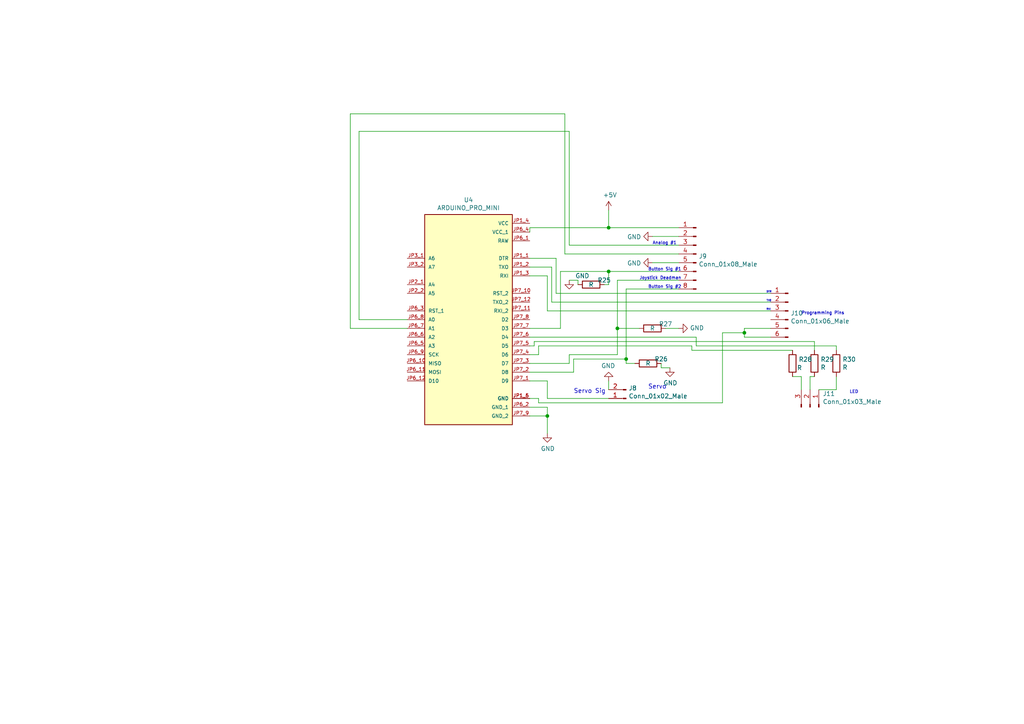
<source format=kicad_sch>
(kicad_sch (version 20230121) (generator eeschema)
  (paper "A4")
  (lib_symbols
    (symbol "ARDUINO_PRO_MINI:ARDUINO_PRO_MINI" (pin_names (offset 1.016))
      (property "Reference" "U" (at -12.7 31.75 0))
      (property "Value" "ARDUINO_PRO_MINI" (at -12.7 -33.02 0))
      (symbol "ARDUINO_PRO_MINI_0_0"
        (rectangle (start -12.7 -30.48) (end 12.7 30.48) (stroke (width 0.254)) (fill (type background)))
        (pin input line (at 17.78 17.78 180) (length 5.08) (name "DTR") (number "JP1_1"))
        (pin bidirectional line (at 17.78 15.24 180) (length 5.08) (name "TXO") (number "JP1_2"))
        (pin bidirectional line (at 17.78 12.7 180) (length 5.08) (name "RXI") (number "JP1_3"))
        (pin power_in line (at 17.78 27.94 180) (length 5.08) (name "VCC") (number "JP1_4"))
        (pin power_in line (at 17.78 -22.86 180) (length 5.08) (name "GND") (number "JP1_5"))
        (pin power_in line (at 17.78 -22.86 180) (length 5.08) (name "GND") (number "JP1_6"))
        (pin bidirectional line (at -17.78 10.16 0) (length 5.08) (name "A4") (number "JP2_1"))
        (pin bidirectional line (at -17.78 7.62 0) (length 5.08) (name "A5") (number "JP2_2"))
        (pin input line (at -17.78 17.78 0) (length 5.08) (name "A6") (number "JP3_1"))
        (pin input line (at -17.78 15.24 0) (length 5.08) (name "A7") (number "JP3_2"))
        (pin power_in line (at 17.78 22.86 180) (length 5.08) (name "RAW") (number "JP6_1"))
        (pin bidirectional line (at -17.78 -12.7 0) (length 5.08) (name "MISO") (number "JP6_10"))
        (pin bidirectional line (at -17.78 -15.24 0) (length 5.08) (name "MOSI") (number "JP6_11"))
        (pin bidirectional line (at -17.78 -17.78 0) (length 5.08) (name "D10") (number "JP6_12"))
        (pin power_in line (at 17.78 -25.4 180) (length 5.08) (name "GND_1") (number "JP6_2"))
        (pin input line (at -17.78 2.54 0) (length 5.08) (name "RST_1") (number "JP6_3"))
        (pin power_in line (at 17.78 25.4 180) (length 5.08) (name "VCC_1") (number "JP6_4"))
        (pin bidirectional line (at -17.78 -7.62 0) (length 5.08) (name "A3") (number "JP6_5"))
        (pin bidirectional line (at -17.78 -5.08 0) (length 5.08) (name "A2") (number "JP6_6"))
        (pin bidirectional line (at -17.78 -2.54 0) (length 5.08) (name "A1") (number "JP6_7"))
        (pin bidirectional line (at -17.78 0 0) (length 5.08) (name "A0") (number "JP6_8"))
        (pin bidirectional line (at -17.78 -10.16 0) (length 5.08) (name "SCK") (number "JP6_9"))
        (pin bidirectional line (at 17.78 -17.78 180) (length 5.08) (name "D9") (number "JP7_1"))
        (pin input line (at 17.78 7.62 180) (length 5.08) (name "RST_2") (number "JP7_10"))
        (pin bidirectional line (at 17.78 2.54 180) (length 5.08) (name "RXI_2") (number "JP7_11"))
        (pin bidirectional line (at 17.78 5.08 180) (length 5.08) (name "TXO_2") (number "JP7_12"))
        (pin bidirectional line (at 17.78 -15.24 180) (length 5.08) (name "D8") (number "JP7_2"))
        (pin bidirectional line (at 17.78 -12.7 180) (length 5.08) (name "D7") (number "JP7_3"))
        (pin bidirectional line (at 17.78 -10.16 180) (length 5.08) (name "D6") (number "JP7_4"))
        (pin bidirectional line (at 17.78 -7.62 180) (length 5.08) (name "D5") (number "JP7_5"))
        (pin bidirectional line (at 17.78 -5.08 180) (length 5.08) (name "D4") (number "JP7_6"))
        (pin bidirectional line (at 17.78 -2.54 180) (length 5.08) (name "D3") (number "JP7_7"))
        (pin bidirectional line (at 17.78 0 180) (length 5.08) (name "D2") (number "JP7_8"))
        (pin power_in line (at 17.78 -27.94 180) (length 5.08) (name "GND_2") (number "JP7_9"))
      )
    )
    (symbol "Device:R" (pin_numbers hide) (pin_names (offset 0))
      (property "Reference" "R" (at 2.032 0 90))
      (property "Value" "R" (at 0 0 90))
      (symbol "R_0_1"
        (rectangle (start -1.016 -2.54) (end 1.016 2.54) (stroke (width 0.254)))
      )
      (symbol "R_1_1"
        (pin passive line (at 0 3.81 270) (length 1.27) (name "~") (number "1"))
        (pin passive line (at 0 -3.81 90) (length 1.27) (name "~") (number "2"))
      )
    )
    (symbol "Motherboard_2023-rescue:Conn_01x02_Male-Connector" (pin_names (offset 1.016) hide)
      (property "Reference" "J" (at 0 2.54 0))
      (property "Value" "Connector_Conn_01x02_Male" (at 0 -5.08 0))
      (symbol "Conn_01x02_Male-Connector_1_1"
        (polyline (pts (xy 1.27 -2.54) (xy 0.8636 -2.54)) (stroke (width 0.1524)))
        (polyline (pts (xy 1.27 0) (xy 0.8636 0)) (stroke (width 0.1524)))
        (rectangle (start 0.8636 -2.413) (end 0 -2.667) (stroke (width 0.1524)) (fill (type outline)))
        (rectangle (start 0.8636 0.127) (end 0 -0.127) (stroke (width 0.1524)) (fill (type outline)))
        (pin passive line (at 5.08 0 180) (length 3.81) (name "Pin_1") (number "1"))
        (pin passive line (at 5.08 -2.54 180) (length 3.81) (name "Pin_2") (number "2"))
      )
    )
    (symbol "Motherboard_2023-rescue:Conn_01x03_Male-Connector" (pin_names (offset 1.016) hide)
      (property "Reference" "J" (at 0 5.08 0))
      (property "Value" "Connector_Conn_01x03_Male" (at 0 -5.08 0))
      (symbol "Conn_01x03_Male-Connector_1_1"
        (polyline (pts (xy 1.27 -2.54) (xy 0.8636 -2.54)) (stroke (width 0.1524)))
        (polyline (pts (xy 1.27 0) (xy 0.8636 0)) (stroke (width 0.1524)))
        (polyline (pts (xy 1.27 2.54) (xy 0.8636 2.54)) (stroke (width 0.1524)))
        (rectangle (start 0.8636 -2.413) (end 0 -2.667) (stroke (width 0.1524)) (fill (type outline)))
        (rectangle (start 0.8636 0.127) (end 0 -0.127) (stroke (width 0.1524)) (fill (type outline)))
        (rectangle (start 0.8636 2.667) (end 0 2.413) (stroke (width 0.1524)) (fill (type outline)))
        (pin passive line (at 5.08 2.54 180) (length 3.81) (name "Pin_1") (number "1"))
        (pin passive line (at 5.08 0 180) (length 3.81) (name "Pin_2") (number "2"))
        (pin passive line (at 5.08 -2.54 180) (length 3.81) (name "Pin_3") (number "3"))
      )
    )
    (symbol "Motherboard_2023-rescue:Conn_01x06_Male-Connector" (pin_names (offset 1.016) hide)
      (property "Reference" "J" (at 0 7.62 0))
      (property "Value" "Connector_Conn_01x06_Male" (at 0 -10.16 0))
      (symbol "Conn_01x06_Male-Connector_1_1"
        (polyline (pts (xy 1.27 -7.62) (xy 0.8636 -7.62)) (stroke (width 0.1524)))
        (polyline (pts (xy 1.27 -5.08) (xy 0.8636 -5.08)) (stroke (width 0.1524)))
        (polyline (pts (xy 1.27 -2.54) (xy 0.8636 -2.54)) (stroke (width 0.1524)))
        (polyline (pts (xy 1.27 0) (xy 0.8636 0)) (stroke (width 0.1524)))
        (polyline (pts (xy 1.27 2.54) (xy 0.8636 2.54)) (stroke (width 0.1524)))
        (polyline (pts (xy 1.27 5.08) (xy 0.8636 5.08)) (stroke (width 0.1524)))
        (rectangle (start 0.8636 -7.493) (end 0 -7.747) (stroke (width 0.1524)) (fill (type outline)))
        (rectangle (start 0.8636 -4.953) (end 0 -5.207) (stroke (width 0.1524)) (fill (type outline)))
        (rectangle (start 0.8636 -2.413) (end 0 -2.667) (stroke (width 0.1524)) (fill (type outline)))
        (rectangle (start 0.8636 0.127) (end 0 -0.127) (stroke (width 0.1524)) (fill (type outline)))
        (rectangle (start 0.8636 2.667) (end 0 2.413) (stroke (width 0.1524)) (fill (type outline)))
        (rectangle (start 0.8636 5.207) (end 0 4.953) (stroke (width 0.1524)) (fill (type outline)))
        (pin passive line (at 5.08 5.08 180) (length 3.81) (name "Pin_1") (number "1"))
        (pin passive line (at 5.08 2.54 180) (length 3.81) (name "Pin_2") (number "2"))
        (pin passive line (at 5.08 0 180) (length 3.81) (name "Pin_3") (number "3"))
        (pin passive line (at 5.08 -2.54 180) (length 3.81) (name "Pin_4") (number "4"))
        (pin passive line (at 5.08 -5.08 180) (length 3.81) (name "Pin_5") (number "5"))
        (pin passive line (at 5.08 -7.62 180) (length 3.81) (name "Pin_6") (number "6"))
      )
    )
    (symbol "Motherboard_2023-rescue:Conn_01x08_Male-Connector" (pin_names (offset 1.016) hide)
      (property "Reference" "J" (at 0 10.16 0))
      (property "Value" "Connector_Conn_01x08_Male" (at 0 -12.7 0))
      (symbol "Conn_01x08_Male-Connector_1_1"
        (polyline (pts (xy 1.27 -10.16) (xy 0.8636 -10.16)) (stroke (width 0.1524)))
        (polyline (pts (xy 1.27 -7.62) (xy 0.8636 -7.62)) (stroke (width 0.1524)))
        (polyline (pts (xy 1.27 -5.08) (xy 0.8636 -5.08)) (stroke (width 0.1524)))
        (polyline (pts (xy 1.27 -2.54) (xy 0.8636 -2.54)) (stroke (width 0.1524)))
        (polyline (pts (xy 1.27 0) (xy 0.8636 0)) (stroke (width 0.1524)))
        (polyline (pts (xy 1.27 2.54) (xy 0.8636 2.54)) (stroke (width 0.1524)))
        (polyline (pts (xy 1.27 5.08) (xy 0.8636 5.08)) (stroke (width 0.1524)))
        (polyline (pts (xy 1.27 7.62) (xy 0.8636 7.62)) (stroke (width 0.1524)))
        (rectangle (start 0.8636 -10.033) (end 0 -10.287) (stroke (width 0.1524)) (fill (type outline)))
        (rectangle (start 0.8636 -7.493) (end 0 -7.747) (stroke (width 0.1524)) (fill (type outline)))
        (rectangle (start 0.8636 -4.953) (end 0 -5.207) (stroke (width 0.1524)) (fill (type outline)))
        (rectangle (start 0.8636 -2.413) (end 0 -2.667) (stroke (width 0.1524)) (fill (type outline)))
        (rectangle (start 0.8636 0.127) (end 0 -0.127) (stroke (width 0.1524)) (fill (type outline)))
        (rectangle (start 0.8636 2.667) (end 0 2.413) (stroke (width 0.1524)) (fill (type outline)))
        (rectangle (start 0.8636 5.207) (end 0 4.953) (stroke (width 0.1524)) (fill (type outline)))
        (rectangle (start 0.8636 7.747) (end 0 7.493) (stroke (width 0.1524)) (fill (type outline)))
        (pin passive line (at 5.08 7.62 180) (length 3.81) (name "Pin_1") (number "1"))
        (pin passive line (at 5.08 5.08 180) (length 3.81) (name "Pin_2") (number "2"))
        (pin passive line (at 5.08 2.54 180) (length 3.81) (name "Pin_3") (number "3"))
        (pin passive line (at 5.08 0 180) (length 3.81) (name "Pin_4") (number "4"))
        (pin passive line (at 5.08 -2.54 180) (length 3.81) (name "Pin_5") (number "5"))
        (pin passive line (at 5.08 -5.08 180) (length 3.81) (name "Pin_6") (number "6"))
        (pin passive line (at 5.08 -7.62 180) (length 3.81) (name "Pin_7") (number "7"))
        (pin passive line (at 5.08 -10.16 180) (length 3.81) (name "Pin_8") (number "8"))
      )
    )
    (symbol "power:+5V" (power) (pin_names (offset 0))
      (property "Value" "+5V" (at 0 3.556 0))
      (symbol "+5V_0_1"
        (polyline (pts (xy -0.762 1.27) (xy 0 2.54)))
        (polyline (pts (xy 0 0) (xy 0 2.54)))
        (polyline (pts (xy 0 2.54) (xy 0.762 1.27)))
      )
      (symbol "+5V_1_1"
        (pin power_in line (at 0 0 90) (length 0) hide (name "+5V") (number "1"))
      )
    )
    (symbol "power:GND" (power) (pin_names (offset 0))
      (property "Value" "GND" (at 0 -3.81 0))
      (symbol "GND_0_1"
        (polyline (pts (xy 0 0) (xy 0 -1.27) (xy 1.27 -1.27) (xy 0 -2.54) (xy -1.27 -1.27) (xy 0 -1.27)))
      )
      (symbol "GND_1_1"
        (pin power_in line (at 0 0 270) (length 0) hide (name "GND") (number "1"))
      )
    )
  )
  (junction (at 176.53 66.04))
  (junction (at 181.61 104.14))
  (junction (at 179.07 95.25))
  (junction (at 158.75 120.65))
  (junction (at 176.53 78.74))
  (junction (at 215.9 96.52))
  (wire (pts (xy 158.75 118.11) (xy 158.75 120.65)))
  (wire (pts (xy 196.85 66.04) (xy 176.53 66.04)))
  (wire (pts (xy 165.1 102.87) (xy 165.1 105.41)))
  (wire (pts (xy 215.9 97.79) (xy 223.52 97.79)))
  (wire (pts (xy 176.53 113.03) (xy 176.53 110.49)))
  (wire (pts (xy 104.14 38.1) (xy 104.14 92.71)))
  (wire (pts (xy 181.61 105.41) (xy 181.61 104.14)))
  (wire (pts (xy 194.31 106.68) (xy 191.77 106.68)))
  (wire (pts (xy 196.85 78.74) (xy 176.53 78.74)))
  (wire (pts (xy 196.85 81.28) (xy 179.07 81.28)))
  (wire (pts (xy 154.94 100.33) (xy 153.67 100.33)))
  (wire (pts (xy 153.67 118.11) (xy 158.75 118.11)))
  (wire (pts (xy 196.85 83.82) (xy 181.61 83.82)))
  (wire (pts (xy 166.37 104.14) (xy 166.37 107.95)))
  (wire (pts (xy 242.57 113.03) (xy 242.57 109.22)))
  (wire (pts (xy 153.67 66.04) (xy 153.67 67.31)))
  (wire (pts (xy 229.87 101.6) (xy 200.66 101.6)))
  (wire (pts (xy 215.9 96.52) (xy 209.55 96.52)))
  (wire (pts (xy 165.1 102.87) (xy 179.07 102.87)))
  (wire (pts (xy 200.66 101.6) (xy 200.66 100.33)))
  (wire (pts (xy 196.85 73.66) (xy 163.83 73.66)))
  (wire (pts (xy 154.94 99.06) (xy 236.22 99.06)))
  (wire (pts (xy 189.23 76.2) (xy 196.85 76.2)))
  (wire (pts (xy 223.52 85.09) (xy 161.29 85.09)))
  (wire (pts (xy 176.53 115.57) (xy 158.75 115.57)))
  (wire (pts (xy 242.57 101.6) (xy 242.57 100.33)))
  (wire (pts (xy 162.56 78.74) (xy 162.56 95.25)))
  (wire (pts (xy 237.49 113.03) (xy 242.57 113.03)))
  (wire (pts (xy 232.41 109.22) (xy 229.87 109.22)))
  (wire (pts (xy 160.02 77.47) (xy 153.67 77.47)))
  (wire (pts (xy 179.07 95.25) (xy 179.07 102.87)))
  (wire (pts (xy 165.1 81.28) (xy 167.64 81.28)))
  (wire (pts (xy 158.75 80.01) (xy 153.67 80.01)))
  (wire (pts (xy 232.41 113.03) (xy 232.41 109.22)))
  (wire (pts (xy 156.21 102.87) (xy 153.67 102.87)))
  (wire (pts (xy 189.23 68.58) (xy 196.85 68.58)))
  (wire (pts (xy 184.15 105.41) (xy 181.61 105.41)))
  (wire (pts (xy 209.55 96.52) (xy 209.55 116.84)))
  (wire (pts (xy 181.61 83.82) (xy 181.61 104.14)))
  (wire (pts (xy 234.95 109.22) (xy 236.22 109.22)))
  (wire (pts (xy 201.93 100.33) (xy 201.93 97.79)))
  (wire (pts (xy 181.61 104.14) (xy 166.37 104.14)))
  (wire (pts (xy 166.37 107.95) (xy 153.67 107.95)))
  (wire (pts (xy 201.93 97.79) (xy 153.67 97.79)))
  (wire (pts (xy 215.9 95.25) (xy 215.9 96.52)))
  (wire (pts (xy 223.52 90.17) (xy 158.75 90.17)))
  (wire (pts (xy 179.07 81.28) (xy 179.07 95.25)))
  (wire (pts (xy 242.57 100.33) (xy 201.93 100.33)))
  (wire (pts (xy 154.94 99.06) (xy 154.94 100.33)))
  (wire (pts (xy 234.95 113.03) (xy 234.95 109.22)))
  (wire (pts (xy 223.52 95.25) (xy 215.9 95.25)))
  (wire (pts (xy 175.26 82.55) (xy 176.53 82.55)))
  (wire (pts (xy 223.52 87.63) (xy 160.02 87.63)))
  (wire (pts (xy 163.83 33.02) (xy 101.6 33.02)))
  (wire (pts (xy 156.21 100.33) (xy 156.21 102.87)))
  (wire (pts (xy 196.85 71.12) (xy 165.1 71.12)))
  (wire (pts (xy 153.67 120.65) (xy 158.75 120.65)))
  (wire (pts (xy 167.64 81.28) (xy 167.64 82.55)))
  (wire (pts (xy 163.83 73.66) (xy 163.83 33.02)))
  (wire (pts (xy 158.75 110.49) (xy 153.67 110.49)))
  (wire (pts (xy 176.53 82.55) (xy 176.53 78.74)))
  (wire (pts (xy 165.1 38.1) (xy 104.14 38.1)))
  (wire (pts (xy 104.14 92.71) (xy 118.11 92.71)))
  (wire (pts (xy 161.29 85.09) (xy 161.29 74.93)))
  (wire (pts (xy 176.53 66.04) (xy 153.67 66.04)))
  (wire (pts (xy 176.53 66.04) (xy 176.53 60.96)))
  (wire (pts (xy 196.85 95.25) (xy 193.04 95.25)))
  (wire (pts (xy 176.53 78.74) (xy 162.56 78.74)))
  (wire (pts (xy 215.9 96.52) (xy 215.9 97.79)))
  (wire (pts (xy 158.75 120.65) (xy 158.75 125.73)))
  (wire (pts (xy 162.56 95.25) (xy 153.67 95.25)))
  (wire (pts (xy 156.21 116.84) (xy 156.21 115.57)))
  (wire (pts (xy 156.21 115.57) (xy 153.67 115.57)))
  (wire (pts (xy 161.29 74.93) (xy 153.67 74.93)))
  (wire (pts (xy 185.42 95.25) (xy 179.07 95.25)))
  (wire (pts (xy 101.6 33.02) (xy 101.6 95.25)))
  (wire (pts (xy 236.22 101.6) (xy 236.22 99.06)))
  (wire (pts (xy 158.75 90.17) (xy 158.75 80.01)))
  (wire (pts (xy 101.6 95.25) (xy 118.11 95.25)))
  (wire (pts (xy 165.1 105.41) (xy 153.67 105.41)))
  (wire (pts (xy 160.02 87.63) (xy 160.02 77.47)))
  (wire (pts (xy 209.55 116.84) (xy 156.21 116.84)))
  (wire (pts (xy 158.75 115.57) (xy 158.75 110.49)))
  (wire (pts (xy 191.77 106.68) (xy 191.77 105.41)))
  (wire (pts (xy 200.66 100.33) (xy 156.21 100.33)))
  (wire (pts (xy 165.1 71.12) (xy 165.1 38.1)))
  (text "Button Sig #1" (at 187.96 78.74 0) (effects (font (size 0.889 0.889)) (justify left bottom)))
  (text "Button Sig #2" (at 187.96 83.82 0) (effects (font (size 0.889 0.889)) (justify left bottom)))
  (text "DTR" (at 222.25 85.09 0) (effects (font (size 0.508 0.508)) (justify left bottom)))
  (text "Joystick Deadman \n" (at 185.42 81.28 0) (effects (font (size 0.889 0.889)) (justify left bottom)))
  (text "RXI" (at 222.25 90.17 0) (effects (font (size 0.508 0.508)) (justify left bottom)))
  (text "TX0" (at 222.25 87.63 0) (effects (font (size 0.508 0.508)) (justify left bottom)))
  (text "Analog #1" (at 189.23 71.12 0) (effects (font (size 0.889 0.889)) (justify left bottom)))
  (text "LED" (at 246.38 114.3 0) (effects (font (size 0.889 0.889)) (justify left bottom)))
  (text "Servo Sig " (at 166.37 114.3 0) (effects (font (size 1.27 1.27)) (justify left bottom)))
  (text "Servo\n" (at 187.96 113.03 0) (effects (font (size 1.27 1.27)) (justify left bottom)))
  (text "Programming Pins \n" (at 232.41 91.44 0) (effects (font (size 0.889 0.889)) (justify left bottom)))
  (symbol (lib_id "ARDUINO_PRO_MINI:ARDUINO_PRO_MINI") (at 135.89 92.71 0) (unit 1)
    (property "Reference" "U4" (at 135.89 57.9882 0))
    (property "Value" "ARDUINO_PRO_MINI" (at 135.89 60.2996 0))
    (property "Footprint" "Arduino Pro Mini:MODULE_ARDUINO_PRO_MINI" (effects hide))
    (property "MANUFACTURER" "SparkFun Electronics" (effects hide))
    (property "PARTREV" "N/A" (effects hide))
    (property "STANDARD" "Manufacturer Recommendations" (effects hide))
    (property "MAXIMUM_PACKAGE_HEIGHT" "N/A" (effects hide))
  )
  (symbol (lib_id "Motherboard_2023-rescue:Conn_01x02_Male-Connector") (at 181.61 115.57 180) (unit 1)
    (property "Reference" "J8" (at 182.3212 112.5728 0) (effects (justify right)))
    (property "Value" "Conn_01x02_Male" (at 182.3212 114.8842 0) (effects (justify right)))
    (property "Footprint" "TerminalBlock_Phoenix:TerminalBlock_Phoenix_MKDS-1,5-2-5.08_1x02_P5.08mm_Horizontal" (effects hide))
  )
  (symbol (lib_id "power:GND") (at 176.53 110.49 180) (unit 1)
    (property "Reference" "#PWR031" (effects hide))
    (property "Value" "GND" (at 176.403 106.0958 0))
  )
  (symbol (lib_id "Motherboard_2023-rescue:Conn_01x08_Male-Connector") (at 201.93 73.66 0) (mirror y) (unit 1)
    (property "Reference" "J9" (at 202.6412 74.3204 0) (effects (justify right)))
    (property "Value" "Conn_01x08_Male" (at 202.6412 76.6318 0) (effects (justify right)))
    (property "Footprint" "TerminalBlock_Phoenix:TerminalBlock_Phoenix_MKDS-1,5-8-5.08_1x08_P5.08mm_Horizontal" (effects hide))
  )
  (symbol (lib_id "power:+5V") (at 176.53 60.96 0) (unit 1)
    (property "Reference" "#PWR030" (effects hide))
    (property "Value" "+5V" (at 176.911 56.5658 0))
  )
  (symbol (lib_id "power:GND") (at 189.23 68.58 270) (unit 1)
    (property "Reference" "#PWR032" (effects hide))
    (property "Value" "GND" (at 185.9788 68.707 90) (effects (justify right)))
  )
  (symbol (lib_id "power:GND") (at 189.23 76.2 270) (unit 1)
    (property "Reference" "#PWR033" (effects hide))
    (property "Value" "GND" (at 185.9788 76.327 90) (effects (justify right)))
  )
  (symbol (lib_id "Motherboard_2023-rescue:Conn_01x06_Male-Connector") (at 228.6 90.17 0) (mirror y) (unit 1)
    (property "Reference" "J10" (at 229.3112 90.8304 0) (effects (justify right)))
    (property "Value" "Conn_01x06_Male" (at 229.3112 93.1418 0) (effects (justify right)))
    (property "Footprint" "Connector_PinHeader_2.54mm:PinHeader_1x06_P2.54mm_Vertical" (effects hide))
  )
  (symbol (lib_id "Motherboard_2023-rescue:Conn_01x03_Male-Connector") (at 234.95 118.11 270) (mirror x) (unit 1)
    (property "Reference" "J11" (at 238.6076 114.1984 90) (effects (justify left)))
    (property "Value" "Conn_01x03_Male" (at 238.6076 116.5098 90) (effects (justify left)))
    (property "Footprint" "TerminalBlock_Phoenix:TerminalBlock_Phoenix_MKDS-3-3-5.08_1x03_P5.08mm_Horizontal" (effects hide))
  )
  (symbol (lib_id "Device:R") (at 242.57 105.41 0) (unit 1)
    (property "Reference" "R30" (at 244.348 104.2416 0) (effects (justify left)))
    (property "Value" "R" (at 244.348 106.553 0) (effects (justify left)))
    (property "Footprint" "Resistor_THT:R_Axial_DIN0207_L6.3mm_D2.5mm_P10.16mm_Horizontal" (effects hide))
  )
  (symbol (lib_id "Device:R") (at 236.22 105.41 0) (unit 1)
    (property "Reference" "R29" (at 237.998 104.2416 0) (effects (justify left)))
    (property "Value" "R" (at 237.998 106.553 0) (effects (justify left)))
    (property "Footprint" "Resistor_THT:R_Axial_DIN0207_L6.3mm_D2.5mm_P10.16mm_Horizontal" (effects hide))
  )
  (symbol (lib_id "Device:R") (at 229.87 105.41 0) (unit 1)
    (property "Reference" "R28" (at 231.648 104.2416 0) (effects (justify left)))
    (property "Value" "R" (at 231.14 106.68 0) (effects (justify left)))
    (property "Footprint" "Resistor_THT:R_Axial_DIN0207_L6.3mm_D2.5mm_P10.16mm_Horizontal" (effects hide))
  )
  (symbol (lib_id "power:GND") (at 158.75 125.73 0) (unit 1)
    (property "Reference" "#PWR028" (effects hide))
    (property "Value" "GND" (at 158.877 130.1242 0))
  )
  (symbol (lib_id "Device:R") (at 187.96 105.41 270) (unit 1)
    (property "Reference" "R26" (at 191.77 104.14 90))
    (property "Value" "R" (at 187.96 105.41 90))
    (property "Footprint" "Resistor_THT:R_Axial_DIN0207_L6.3mm_D2.5mm_P10.16mm_Horizontal" (effects hide))
  )
  (symbol (lib_id "Device:R") (at 189.23 95.25 270) (unit 1)
    (property "Reference" "R27" (at 193.04 93.98 90))
    (property "Value" "R" (at 189.23 95.25 90))
    (property "Footprint" "Resistor_THT:R_Axial_DIN0207_L6.3mm_D2.5mm_P10.16mm_Horizontal" (effects hide))
  )
  (symbol (lib_id "Device:R") (at 171.45 82.55 270) (unit 1)
    (property "Reference" "R25" (at 175.26 81.28 90))
    (property "Value" "R" (at 171.45 82.55 90))
    (property "Footprint" "Resistor_THT:R_Axial_DIN0207_L6.3mm_D2.5mm_P10.16mm_Horizontal" (effects hide))
  )
  (symbol (lib_id "power:GND") (at 194.31 106.68 0) (unit 1)
    (property "Reference" "#PWR034" (effects hide))
    (property "Value" "GND" (at 194.437 111.0742 0))
  )
  (symbol (lib_id "power:GND") (at 196.85 95.25 90) (unit 1)
    (property "Reference" "#PWR035" (effects hide))
    (property "Value" "GND" (at 200.1012 95.123 90) (effects (justify right)))
  )
  (symbol (lib_id "power:GND") (at 165.1 81.28 0) (unit 1)
    (property "Reference" "#PWR029" (effects hide))
    (property "Value" "GND" (at 168.91 80.01 0))
  )
)
</source>
